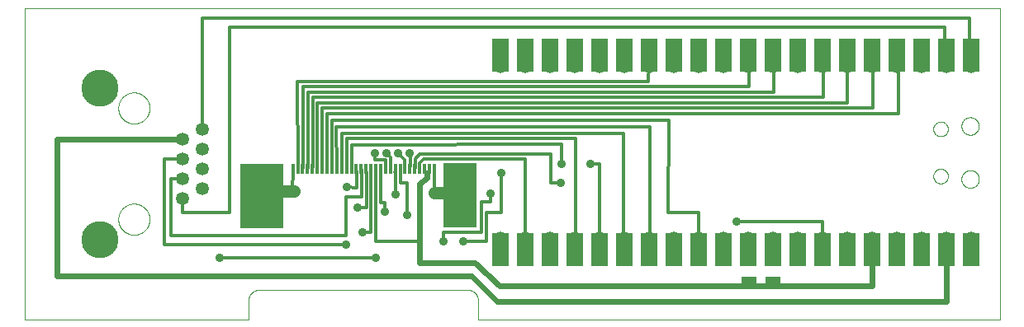
<source format=gtl>
G75*
%MOIN*%
%OFA0B0*%
%FSLAX25Y25*%
%IPPOS*%
%LPD*%
%AMOC8*
5,1,8,0,0,1.08239X$1,22.5*
%
%ADD10C,0.00000*%
%ADD11R,0.01181X0.03937*%
%ADD12R,0.17224X0.26083*%
%ADD13R,0.06299X0.05118*%
%ADD14R,0.13386X0.26181*%
%ADD15C,0.05937*%
%ADD16R,0.06693X0.13780*%
%ADD17R,0.03962X0.03962*%
%ADD18C,0.01200*%
%ADD19C,0.05315*%
%ADD20C,0.15000*%
%ADD21C,0.03569*%
%ADD22C,0.05000*%
%ADD23C,0.02400*%
%ADD24C,0.01600*%
D10*
X0001000Y0002063D02*
X0001000Y0128047D01*
X0394701Y0128047D01*
X0394701Y0002063D01*
X0184071Y0002063D01*
X0184071Y0009937D01*
X0184069Y0010061D01*
X0184063Y0010184D01*
X0184054Y0010308D01*
X0184040Y0010430D01*
X0184023Y0010553D01*
X0184001Y0010675D01*
X0183976Y0010796D01*
X0183947Y0010916D01*
X0183915Y0011035D01*
X0183878Y0011154D01*
X0183838Y0011271D01*
X0183795Y0011386D01*
X0183747Y0011501D01*
X0183696Y0011613D01*
X0183642Y0011724D01*
X0183584Y0011834D01*
X0183523Y0011941D01*
X0183458Y0012047D01*
X0183390Y0012150D01*
X0183319Y0012251D01*
X0183245Y0012350D01*
X0183168Y0012447D01*
X0183087Y0012541D01*
X0183004Y0012632D01*
X0182918Y0012721D01*
X0182829Y0012807D01*
X0182738Y0012890D01*
X0182644Y0012971D01*
X0182547Y0013048D01*
X0182448Y0013122D01*
X0182347Y0013193D01*
X0182244Y0013261D01*
X0182138Y0013326D01*
X0182031Y0013387D01*
X0181921Y0013445D01*
X0181810Y0013499D01*
X0181698Y0013550D01*
X0181583Y0013598D01*
X0181468Y0013641D01*
X0181351Y0013681D01*
X0181232Y0013718D01*
X0181113Y0013750D01*
X0180993Y0013779D01*
X0180872Y0013804D01*
X0180750Y0013826D01*
X0180627Y0013843D01*
X0180505Y0013857D01*
X0180381Y0013866D01*
X0180258Y0013872D01*
X0180134Y0013874D01*
X0095488Y0013874D01*
X0095364Y0013872D01*
X0095241Y0013866D01*
X0095117Y0013857D01*
X0094995Y0013843D01*
X0094872Y0013826D01*
X0094750Y0013804D01*
X0094629Y0013779D01*
X0094509Y0013750D01*
X0094390Y0013718D01*
X0094271Y0013681D01*
X0094154Y0013641D01*
X0094039Y0013598D01*
X0093924Y0013550D01*
X0093812Y0013499D01*
X0093701Y0013445D01*
X0093591Y0013387D01*
X0093484Y0013326D01*
X0093378Y0013261D01*
X0093275Y0013193D01*
X0093174Y0013122D01*
X0093075Y0013048D01*
X0092978Y0012971D01*
X0092884Y0012890D01*
X0092793Y0012807D01*
X0092704Y0012721D01*
X0092618Y0012632D01*
X0092535Y0012541D01*
X0092454Y0012447D01*
X0092377Y0012350D01*
X0092303Y0012251D01*
X0092232Y0012150D01*
X0092164Y0012047D01*
X0092099Y0011941D01*
X0092038Y0011834D01*
X0091980Y0011724D01*
X0091926Y0011613D01*
X0091875Y0011501D01*
X0091827Y0011386D01*
X0091784Y0011271D01*
X0091744Y0011154D01*
X0091707Y0011035D01*
X0091675Y0010916D01*
X0091646Y0010796D01*
X0091621Y0010675D01*
X0091599Y0010553D01*
X0091582Y0010430D01*
X0091568Y0010308D01*
X0091559Y0010184D01*
X0091553Y0010061D01*
X0091551Y0009937D01*
X0091551Y0002063D01*
X0001000Y0002063D01*
X0038934Y0042512D02*
X0038936Y0042670D01*
X0038942Y0042828D01*
X0038952Y0042986D01*
X0038966Y0043144D01*
X0038984Y0043301D01*
X0039005Y0043458D01*
X0039031Y0043614D01*
X0039061Y0043770D01*
X0039094Y0043925D01*
X0039132Y0044078D01*
X0039173Y0044231D01*
X0039218Y0044383D01*
X0039267Y0044534D01*
X0039320Y0044683D01*
X0039376Y0044831D01*
X0039436Y0044977D01*
X0039500Y0045122D01*
X0039568Y0045265D01*
X0039639Y0045407D01*
X0039713Y0045547D01*
X0039791Y0045684D01*
X0039873Y0045820D01*
X0039957Y0045954D01*
X0040046Y0046085D01*
X0040137Y0046214D01*
X0040232Y0046341D01*
X0040329Y0046466D01*
X0040430Y0046588D01*
X0040534Y0046707D01*
X0040641Y0046824D01*
X0040751Y0046938D01*
X0040864Y0047049D01*
X0040979Y0047158D01*
X0041097Y0047263D01*
X0041218Y0047365D01*
X0041341Y0047465D01*
X0041467Y0047561D01*
X0041595Y0047654D01*
X0041725Y0047744D01*
X0041858Y0047830D01*
X0041993Y0047914D01*
X0042129Y0047993D01*
X0042268Y0048070D01*
X0042409Y0048142D01*
X0042551Y0048212D01*
X0042695Y0048277D01*
X0042841Y0048339D01*
X0042988Y0048397D01*
X0043137Y0048452D01*
X0043287Y0048503D01*
X0043438Y0048550D01*
X0043590Y0048593D01*
X0043743Y0048632D01*
X0043898Y0048668D01*
X0044053Y0048699D01*
X0044209Y0048727D01*
X0044365Y0048751D01*
X0044522Y0048771D01*
X0044680Y0048787D01*
X0044837Y0048799D01*
X0044996Y0048807D01*
X0045154Y0048811D01*
X0045312Y0048811D01*
X0045470Y0048807D01*
X0045629Y0048799D01*
X0045786Y0048787D01*
X0045944Y0048771D01*
X0046101Y0048751D01*
X0046257Y0048727D01*
X0046413Y0048699D01*
X0046568Y0048668D01*
X0046723Y0048632D01*
X0046876Y0048593D01*
X0047028Y0048550D01*
X0047179Y0048503D01*
X0047329Y0048452D01*
X0047478Y0048397D01*
X0047625Y0048339D01*
X0047771Y0048277D01*
X0047915Y0048212D01*
X0048057Y0048142D01*
X0048198Y0048070D01*
X0048337Y0047993D01*
X0048473Y0047914D01*
X0048608Y0047830D01*
X0048741Y0047744D01*
X0048871Y0047654D01*
X0048999Y0047561D01*
X0049125Y0047465D01*
X0049248Y0047365D01*
X0049369Y0047263D01*
X0049487Y0047158D01*
X0049602Y0047049D01*
X0049715Y0046938D01*
X0049825Y0046824D01*
X0049932Y0046707D01*
X0050036Y0046588D01*
X0050137Y0046466D01*
X0050234Y0046341D01*
X0050329Y0046214D01*
X0050420Y0046085D01*
X0050509Y0045954D01*
X0050593Y0045820D01*
X0050675Y0045684D01*
X0050753Y0045547D01*
X0050827Y0045407D01*
X0050898Y0045265D01*
X0050966Y0045122D01*
X0051030Y0044977D01*
X0051090Y0044831D01*
X0051146Y0044683D01*
X0051199Y0044534D01*
X0051248Y0044383D01*
X0051293Y0044231D01*
X0051334Y0044078D01*
X0051372Y0043925D01*
X0051405Y0043770D01*
X0051435Y0043614D01*
X0051461Y0043458D01*
X0051482Y0043301D01*
X0051500Y0043144D01*
X0051514Y0042986D01*
X0051524Y0042828D01*
X0051530Y0042670D01*
X0051532Y0042512D01*
X0051530Y0042354D01*
X0051524Y0042196D01*
X0051514Y0042038D01*
X0051500Y0041880D01*
X0051482Y0041723D01*
X0051461Y0041566D01*
X0051435Y0041410D01*
X0051405Y0041254D01*
X0051372Y0041099D01*
X0051334Y0040946D01*
X0051293Y0040793D01*
X0051248Y0040641D01*
X0051199Y0040490D01*
X0051146Y0040341D01*
X0051090Y0040193D01*
X0051030Y0040047D01*
X0050966Y0039902D01*
X0050898Y0039759D01*
X0050827Y0039617D01*
X0050753Y0039477D01*
X0050675Y0039340D01*
X0050593Y0039204D01*
X0050509Y0039070D01*
X0050420Y0038939D01*
X0050329Y0038810D01*
X0050234Y0038683D01*
X0050137Y0038558D01*
X0050036Y0038436D01*
X0049932Y0038317D01*
X0049825Y0038200D01*
X0049715Y0038086D01*
X0049602Y0037975D01*
X0049487Y0037866D01*
X0049369Y0037761D01*
X0049248Y0037659D01*
X0049125Y0037559D01*
X0048999Y0037463D01*
X0048871Y0037370D01*
X0048741Y0037280D01*
X0048608Y0037194D01*
X0048473Y0037110D01*
X0048337Y0037031D01*
X0048198Y0036954D01*
X0048057Y0036882D01*
X0047915Y0036812D01*
X0047771Y0036747D01*
X0047625Y0036685D01*
X0047478Y0036627D01*
X0047329Y0036572D01*
X0047179Y0036521D01*
X0047028Y0036474D01*
X0046876Y0036431D01*
X0046723Y0036392D01*
X0046568Y0036356D01*
X0046413Y0036325D01*
X0046257Y0036297D01*
X0046101Y0036273D01*
X0045944Y0036253D01*
X0045786Y0036237D01*
X0045629Y0036225D01*
X0045470Y0036217D01*
X0045312Y0036213D01*
X0045154Y0036213D01*
X0044996Y0036217D01*
X0044837Y0036225D01*
X0044680Y0036237D01*
X0044522Y0036253D01*
X0044365Y0036273D01*
X0044209Y0036297D01*
X0044053Y0036325D01*
X0043898Y0036356D01*
X0043743Y0036392D01*
X0043590Y0036431D01*
X0043438Y0036474D01*
X0043287Y0036521D01*
X0043137Y0036572D01*
X0042988Y0036627D01*
X0042841Y0036685D01*
X0042695Y0036747D01*
X0042551Y0036812D01*
X0042409Y0036882D01*
X0042268Y0036954D01*
X0042129Y0037031D01*
X0041993Y0037110D01*
X0041858Y0037194D01*
X0041725Y0037280D01*
X0041595Y0037370D01*
X0041467Y0037463D01*
X0041341Y0037559D01*
X0041218Y0037659D01*
X0041097Y0037761D01*
X0040979Y0037866D01*
X0040864Y0037975D01*
X0040751Y0038086D01*
X0040641Y0038200D01*
X0040534Y0038317D01*
X0040430Y0038436D01*
X0040329Y0038558D01*
X0040232Y0038683D01*
X0040137Y0038810D01*
X0040046Y0038939D01*
X0039957Y0039070D01*
X0039873Y0039204D01*
X0039791Y0039340D01*
X0039713Y0039477D01*
X0039639Y0039617D01*
X0039568Y0039759D01*
X0039500Y0039902D01*
X0039436Y0040047D01*
X0039376Y0040193D01*
X0039320Y0040341D01*
X0039267Y0040490D01*
X0039218Y0040641D01*
X0039173Y0040793D01*
X0039132Y0040946D01*
X0039094Y0041099D01*
X0039061Y0041254D01*
X0039031Y0041410D01*
X0039005Y0041566D01*
X0038984Y0041723D01*
X0038966Y0041880D01*
X0038952Y0042038D01*
X0038942Y0042196D01*
X0038936Y0042354D01*
X0038934Y0042512D01*
X0038934Y0087512D02*
X0038936Y0087670D01*
X0038942Y0087828D01*
X0038952Y0087986D01*
X0038966Y0088144D01*
X0038984Y0088301D01*
X0039005Y0088458D01*
X0039031Y0088614D01*
X0039061Y0088770D01*
X0039094Y0088925D01*
X0039132Y0089078D01*
X0039173Y0089231D01*
X0039218Y0089383D01*
X0039267Y0089534D01*
X0039320Y0089683D01*
X0039376Y0089831D01*
X0039436Y0089977D01*
X0039500Y0090122D01*
X0039568Y0090265D01*
X0039639Y0090407D01*
X0039713Y0090547D01*
X0039791Y0090684D01*
X0039873Y0090820D01*
X0039957Y0090954D01*
X0040046Y0091085D01*
X0040137Y0091214D01*
X0040232Y0091341D01*
X0040329Y0091466D01*
X0040430Y0091588D01*
X0040534Y0091707D01*
X0040641Y0091824D01*
X0040751Y0091938D01*
X0040864Y0092049D01*
X0040979Y0092158D01*
X0041097Y0092263D01*
X0041218Y0092365D01*
X0041341Y0092465D01*
X0041467Y0092561D01*
X0041595Y0092654D01*
X0041725Y0092744D01*
X0041858Y0092830D01*
X0041993Y0092914D01*
X0042129Y0092993D01*
X0042268Y0093070D01*
X0042409Y0093142D01*
X0042551Y0093212D01*
X0042695Y0093277D01*
X0042841Y0093339D01*
X0042988Y0093397D01*
X0043137Y0093452D01*
X0043287Y0093503D01*
X0043438Y0093550D01*
X0043590Y0093593D01*
X0043743Y0093632D01*
X0043898Y0093668D01*
X0044053Y0093699D01*
X0044209Y0093727D01*
X0044365Y0093751D01*
X0044522Y0093771D01*
X0044680Y0093787D01*
X0044837Y0093799D01*
X0044996Y0093807D01*
X0045154Y0093811D01*
X0045312Y0093811D01*
X0045470Y0093807D01*
X0045629Y0093799D01*
X0045786Y0093787D01*
X0045944Y0093771D01*
X0046101Y0093751D01*
X0046257Y0093727D01*
X0046413Y0093699D01*
X0046568Y0093668D01*
X0046723Y0093632D01*
X0046876Y0093593D01*
X0047028Y0093550D01*
X0047179Y0093503D01*
X0047329Y0093452D01*
X0047478Y0093397D01*
X0047625Y0093339D01*
X0047771Y0093277D01*
X0047915Y0093212D01*
X0048057Y0093142D01*
X0048198Y0093070D01*
X0048337Y0092993D01*
X0048473Y0092914D01*
X0048608Y0092830D01*
X0048741Y0092744D01*
X0048871Y0092654D01*
X0048999Y0092561D01*
X0049125Y0092465D01*
X0049248Y0092365D01*
X0049369Y0092263D01*
X0049487Y0092158D01*
X0049602Y0092049D01*
X0049715Y0091938D01*
X0049825Y0091824D01*
X0049932Y0091707D01*
X0050036Y0091588D01*
X0050137Y0091466D01*
X0050234Y0091341D01*
X0050329Y0091214D01*
X0050420Y0091085D01*
X0050509Y0090954D01*
X0050593Y0090820D01*
X0050675Y0090684D01*
X0050753Y0090547D01*
X0050827Y0090407D01*
X0050898Y0090265D01*
X0050966Y0090122D01*
X0051030Y0089977D01*
X0051090Y0089831D01*
X0051146Y0089683D01*
X0051199Y0089534D01*
X0051248Y0089383D01*
X0051293Y0089231D01*
X0051334Y0089078D01*
X0051372Y0088925D01*
X0051405Y0088770D01*
X0051435Y0088614D01*
X0051461Y0088458D01*
X0051482Y0088301D01*
X0051500Y0088144D01*
X0051514Y0087986D01*
X0051524Y0087828D01*
X0051530Y0087670D01*
X0051532Y0087512D01*
X0051530Y0087354D01*
X0051524Y0087196D01*
X0051514Y0087038D01*
X0051500Y0086880D01*
X0051482Y0086723D01*
X0051461Y0086566D01*
X0051435Y0086410D01*
X0051405Y0086254D01*
X0051372Y0086099D01*
X0051334Y0085946D01*
X0051293Y0085793D01*
X0051248Y0085641D01*
X0051199Y0085490D01*
X0051146Y0085341D01*
X0051090Y0085193D01*
X0051030Y0085047D01*
X0050966Y0084902D01*
X0050898Y0084759D01*
X0050827Y0084617D01*
X0050753Y0084477D01*
X0050675Y0084340D01*
X0050593Y0084204D01*
X0050509Y0084070D01*
X0050420Y0083939D01*
X0050329Y0083810D01*
X0050234Y0083683D01*
X0050137Y0083558D01*
X0050036Y0083436D01*
X0049932Y0083317D01*
X0049825Y0083200D01*
X0049715Y0083086D01*
X0049602Y0082975D01*
X0049487Y0082866D01*
X0049369Y0082761D01*
X0049248Y0082659D01*
X0049125Y0082559D01*
X0048999Y0082463D01*
X0048871Y0082370D01*
X0048741Y0082280D01*
X0048608Y0082194D01*
X0048473Y0082110D01*
X0048337Y0082031D01*
X0048198Y0081954D01*
X0048057Y0081882D01*
X0047915Y0081812D01*
X0047771Y0081747D01*
X0047625Y0081685D01*
X0047478Y0081627D01*
X0047329Y0081572D01*
X0047179Y0081521D01*
X0047028Y0081474D01*
X0046876Y0081431D01*
X0046723Y0081392D01*
X0046568Y0081356D01*
X0046413Y0081325D01*
X0046257Y0081297D01*
X0046101Y0081273D01*
X0045944Y0081253D01*
X0045786Y0081237D01*
X0045629Y0081225D01*
X0045470Y0081217D01*
X0045312Y0081213D01*
X0045154Y0081213D01*
X0044996Y0081217D01*
X0044837Y0081225D01*
X0044680Y0081237D01*
X0044522Y0081253D01*
X0044365Y0081273D01*
X0044209Y0081297D01*
X0044053Y0081325D01*
X0043898Y0081356D01*
X0043743Y0081392D01*
X0043590Y0081431D01*
X0043438Y0081474D01*
X0043287Y0081521D01*
X0043137Y0081572D01*
X0042988Y0081627D01*
X0042841Y0081685D01*
X0042695Y0081747D01*
X0042551Y0081812D01*
X0042409Y0081882D01*
X0042268Y0081954D01*
X0042129Y0082031D01*
X0041993Y0082110D01*
X0041858Y0082194D01*
X0041725Y0082280D01*
X0041595Y0082370D01*
X0041467Y0082463D01*
X0041341Y0082559D01*
X0041218Y0082659D01*
X0041097Y0082761D01*
X0040979Y0082866D01*
X0040864Y0082975D01*
X0040751Y0083086D01*
X0040641Y0083200D01*
X0040534Y0083317D01*
X0040430Y0083436D01*
X0040329Y0083558D01*
X0040232Y0083683D01*
X0040137Y0083810D01*
X0040046Y0083939D01*
X0039957Y0084070D01*
X0039873Y0084204D01*
X0039791Y0084340D01*
X0039713Y0084477D01*
X0039639Y0084617D01*
X0039568Y0084759D01*
X0039500Y0084902D01*
X0039436Y0085047D01*
X0039376Y0085193D01*
X0039320Y0085341D01*
X0039267Y0085490D01*
X0039218Y0085641D01*
X0039173Y0085793D01*
X0039132Y0085946D01*
X0039094Y0086099D01*
X0039061Y0086254D01*
X0039031Y0086410D01*
X0039005Y0086566D01*
X0038984Y0086723D01*
X0038966Y0086880D01*
X0038952Y0087038D01*
X0038942Y0087196D01*
X0038936Y0087354D01*
X0038934Y0087512D01*
X0367890Y0079051D02*
X0367892Y0079159D01*
X0367898Y0079268D01*
X0367908Y0079376D01*
X0367922Y0079483D01*
X0367940Y0079590D01*
X0367961Y0079697D01*
X0367987Y0079802D01*
X0368017Y0079907D01*
X0368050Y0080010D01*
X0368087Y0080112D01*
X0368128Y0080212D01*
X0368172Y0080311D01*
X0368221Y0080409D01*
X0368272Y0080504D01*
X0368327Y0080597D01*
X0368386Y0080689D01*
X0368448Y0080778D01*
X0368513Y0080865D01*
X0368581Y0080949D01*
X0368652Y0081031D01*
X0368726Y0081110D01*
X0368803Y0081186D01*
X0368883Y0081260D01*
X0368966Y0081330D01*
X0369051Y0081398D01*
X0369138Y0081462D01*
X0369228Y0081523D01*
X0369320Y0081581D01*
X0369414Y0081635D01*
X0369510Y0081686D01*
X0369607Y0081733D01*
X0369707Y0081777D01*
X0369808Y0081817D01*
X0369910Y0081853D01*
X0370013Y0081885D01*
X0370118Y0081914D01*
X0370224Y0081938D01*
X0370330Y0081959D01*
X0370437Y0081976D01*
X0370545Y0081989D01*
X0370653Y0081998D01*
X0370762Y0082003D01*
X0370870Y0082004D01*
X0370979Y0082001D01*
X0371087Y0081994D01*
X0371195Y0081983D01*
X0371302Y0081968D01*
X0371409Y0081949D01*
X0371515Y0081926D01*
X0371620Y0081900D01*
X0371725Y0081869D01*
X0371827Y0081835D01*
X0371929Y0081797D01*
X0372029Y0081755D01*
X0372128Y0081710D01*
X0372225Y0081661D01*
X0372319Y0081608D01*
X0372412Y0081552D01*
X0372503Y0081493D01*
X0372592Y0081430D01*
X0372678Y0081365D01*
X0372762Y0081296D01*
X0372843Y0081224D01*
X0372921Y0081149D01*
X0372997Y0081071D01*
X0373070Y0080990D01*
X0373140Y0080907D01*
X0373206Y0080822D01*
X0373270Y0080734D01*
X0373330Y0080643D01*
X0373387Y0080551D01*
X0373440Y0080456D01*
X0373490Y0080360D01*
X0373536Y0080262D01*
X0373579Y0080162D01*
X0373618Y0080061D01*
X0373653Y0079958D01*
X0373685Y0079855D01*
X0373712Y0079750D01*
X0373736Y0079644D01*
X0373756Y0079537D01*
X0373772Y0079430D01*
X0373784Y0079322D01*
X0373792Y0079214D01*
X0373796Y0079105D01*
X0373796Y0078997D01*
X0373792Y0078888D01*
X0373784Y0078780D01*
X0373772Y0078672D01*
X0373756Y0078565D01*
X0373736Y0078458D01*
X0373712Y0078352D01*
X0373685Y0078247D01*
X0373653Y0078144D01*
X0373618Y0078041D01*
X0373579Y0077940D01*
X0373536Y0077840D01*
X0373490Y0077742D01*
X0373440Y0077646D01*
X0373387Y0077551D01*
X0373330Y0077459D01*
X0373270Y0077368D01*
X0373206Y0077280D01*
X0373140Y0077195D01*
X0373070Y0077112D01*
X0372997Y0077031D01*
X0372921Y0076953D01*
X0372843Y0076878D01*
X0372762Y0076806D01*
X0372678Y0076737D01*
X0372592Y0076672D01*
X0372503Y0076609D01*
X0372412Y0076550D01*
X0372320Y0076494D01*
X0372225Y0076441D01*
X0372128Y0076392D01*
X0372029Y0076347D01*
X0371929Y0076305D01*
X0371827Y0076267D01*
X0371725Y0076233D01*
X0371620Y0076202D01*
X0371515Y0076176D01*
X0371409Y0076153D01*
X0371302Y0076134D01*
X0371195Y0076119D01*
X0371087Y0076108D01*
X0370979Y0076101D01*
X0370870Y0076098D01*
X0370762Y0076099D01*
X0370653Y0076104D01*
X0370545Y0076113D01*
X0370437Y0076126D01*
X0370330Y0076143D01*
X0370224Y0076164D01*
X0370118Y0076188D01*
X0370013Y0076217D01*
X0369910Y0076249D01*
X0369808Y0076285D01*
X0369707Y0076325D01*
X0369607Y0076369D01*
X0369510Y0076416D01*
X0369414Y0076467D01*
X0369320Y0076521D01*
X0369228Y0076579D01*
X0369138Y0076640D01*
X0369051Y0076704D01*
X0368966Y0076772D01*
X0368883Y0076842D01*
X0368803Y0076916D01*
X0368726Y0076992D01*
X0368652Y0077071D01*
X0368581Y0077153D01*
X0368513Y0077237D01*
X0368448Y0077324D01*
X0368386Y0077413D01*
X0368327Y0077505D01*
X0368272Y0077598D01*
X0368221Y0077693D01*
X0368172Y0077791D01*
X0368128Y0077890D01*
X0368087Y0077990D01*
X0368050Y0078092D01*
X0368017Y0078195D01*
X0367987Y0078300D01*
X0367961Y0078405D01*
X0367940Y0078512D01*
X0367922Y0078619D01*
X0367908Y0078726D01*
X0367898Y0078834D01*
X0367892Y0078943D01*
X0367890Y0079051D01*
X0379229Y0080232D02*
X0379231Y0080350D01*
X0379237Y0080469D01*
X0379247Y0080587D01*
X0379261Y0080704D01*
X0379278Y0080821D01*
X0379300Y0080938D01*
X0379326Y0081053D01*
X0379355Y0081168D01*
X0379388Y0081282D01*
X0379425Y0081394D01*
X0379466Y0081505D01*
X0379510Y0081615D01*
X0379558Y0081723D01*
X0379610Y0081830D01*
X0379665Y0081935D01*
X0379724Y0082038D01*
X0379786Y0082138D01*
X0379851Y0082237D01*
X0379920Y0082334D01*
X0379991Y0082428D01*
X0380066Y0082519D01*
X0380144Y0082609D01*
X0380225Y0082695D01*
X0380309Y0082779D01*
X0380395Y0082860D01*
X0380485Y0082938D01*
X0380576Y0083013D01*
X0380670Y0083084D01*
X0380767Y0083153D01*
X0380866Y0083218D01*
X0380966Y0083280D01*
X0381069Y0083339D01*
X0381174Y0083394D01*
X0381281Y0083446D01*
X0381389Y0083494D01*
X0381499Y0083538D01*
X0381610Y0083579D01*
X0381722Y0083616D01*
X0381836Y0083649D01*
X0381951Y0083678D01*
X0382066Y0083704D01*
X0382183Y0083726D01*
X0382300Y0083743D01*
X0382417Y0083757D01*
X0382535Y0083767D01*
X0382654Y0083773D01*
X0382772Y0083775D01*
X0382890Y0083773D01*
X0383009Y0083767D01*
X0383127Y0083757D01*
X0383244Y0083743D01*
X0383361Y0083726D01*
X0383478Y0083704D01*
X0383593Y0083678D01*
X0383708Y0083649D01*
X0383822Y0083616D01*
X0383934Y0083579D01*
X0384045Y0083538D01*
X0384155Y0083494D01*
X0384263Y0083446D01*
X0384370Y0083394D01*
X0384475Y0083339D01*
X0384578Y0083280D01*
X0384678Y0083218D01*
X0384777Y0083153D01*
X0384874Y0083084D01*
X0384968Y0083013D01*
X0385059Y0082938D01*
X0385149Y0082860D01*
X0385235Y0082779D01*
X0385319Y0082695D01*
X0385400Y0082609D01*
X0385478Y0082519D01*
X0385553Y0082428D01*
X0385624Y0082334D01*
X0385693Y0082237D01*
X0385758Y0082138D01*
X0385820Y0082038D01*
X0385879Y0081935D01*
X0385934Y0081830D01*
X0385986Y0081723D01*
X0386034Y0081615D01*
X0386078Y0081505D01*
X0386119Y0081394D01*
X0386156Y0081282D01*
X0386189Y0081168D01*
X0386218Y0081053D01*
X0386244Y0080938D01*
X0386266Y0080821D01*
X0386283Y0080704D01*
X0386297Y0080587D01*
X0386307Y0080469D01*
X0386313Y0080350D01*
X0386315Y0080232D01*
X0386313Y0080114D01*
X0386307Y0079995D01*
X0386297Y0079877D01*
X0386283Y0079760D01*
X0386266Y0079643D01*
X0386244Y0079526D01*
X0386218Y0079411D01*
X0386189Y0079296D01*
X0386156Y0079182D01*
X0386119Y0079070D01*
X0386078Y0078959D01*
X0386034Y0078849D01*
X0385986Y0078741D01*
X0385934Y0078634D01*
X0385879Y0078529D01*
X0385820Y0078426D01*
X0385758Y0078326D01*
X0385693Y0078227D01*
X0385624Y0078130D01*
X0385553Y0078036D01*
X0385478Y0077945D01*
X0385400Y0077855D01*
X0385319Y0077769D01*
X0385235Y0077685D01*
X0385149Y0077604D01*
X0385059Y0077526D01*
X0384968Y0077451D01*
X0384874Y0077380D01*
X0384777Y0077311D01*
X0384678Y0077246D01*
X0384578Y0077184D01*
X0384475Y0077125D01*
X0384370Y0077070D01*
X0384263Y0077018D01*
X0384155Y0076970D01*
X0384045Y0076926D01*
X0383934Y0076885D01*
X0383822Y0076848D01*
X0383708Y0076815D01*
X0383593Y0076786D01*
X0383478Y0076760D01*
X0383361Y0076738D01*
X0383244Y0076721D01*
X0383127Y0076707D01*
X0383009Y0076697D01*
X0382890Y0076691D01*
X0382772Y0076689D01*
X0382654Y0076691D01*
X0382535Y0076697D01*
X0382417Y0076707D01*
X0382300Y0076721D01*
X0382183Y0076738D01*
X0382066Y0076760D01*
X0381951Y0076786D01*
X0381836Y0076815D01*
X0381722Y0076848D01*
X0381610Y0076885D01*
X0381499Y0076926D01*
X0381389Y0076970D01*
X0381281Y0077018D01*
X0381174Y0077070D01*
X0381069Y0077125D01*
X0380966Y0077184D01*
X0380866Y0077246D01*
X0380767Y0077311D01*
X0380670Y0077380D01*
X0380576Y0077451D01*
X0380485Y0077526D01*
X0380395Y0077604D01*
X0380309Y0077685D01*
X0380225Y0077769D01*
X0380144Y0077855D01*
X0380066Y0077945D01*
X0379991Y0078036D01*
X0379920Y0078130D01*
X0379851Y0078227D01*
X0379786Y0078326D01*
X0379724Y0078426D01*
X0379665Y0078529D01*
X0379610Y0078634D01*
X0379558Y0078741D01*
X0379510Y0078849D01*
X0379466Y0078959D01*
X0379425Y0079070D01*
X0379388Y0079182D01*
X0379355Y0079296D01*
X0379326Y0079411D01*
X0379300Y0079526D01*
X0379278Y0079643D01*
X0379261Y0079760D01*
X0379247Y0079877D01*
X0379237Y0079995D01*
X0379231Y0080114D01*
X0379229Y0080232D01*
X0367890Y0059957D02*
X0367892Y0060065D01*
X0367898Y0060174D01*
X0367908Y0060282D01*
X0367922Y0060389D01*
X0367940Y0060496D01*
X0367961Y0060603D01*
X0367987Y0060708D01*
X0368017Y0060813D01*
X0368050Y0060916D01*
X0368087Y0061018D01*
X0368128Y0061118D01*
X0368172Y0061217D01*
X0368221Y0061315D01*
X0368272Y0061410D01*
X0368327Y0061503D01*
X0368386Y0061595D01*
X0368448Y0061684D01*
X0368513Y0061771D01*
X0368581Y0061855D01*
X0368652Y0061937D01*
X0368726Y0062016D01*
X0368803Y0062092D01*
X0368883Y0062166D01*
X0368966Y0062236D01*
X0369051Y0062304D01*
X0369138Y0062368D01*
X0369228Y0062429D01*
X0369320Y0062487D01*
X0369414Y0062541D01*
X0369510Y0062592D01*
X0369607Y0062639D01*
X0369707Y0062683D01*
X0369808Y0062723D01*
X0369910Y0062759D01*
X0370013Y0062791D01*
X0370118Y0062820D01*
X0370224Y0062844D01*
X0370330Y0062865D01*
X0370437Y0062882D01*
X0370545Y0062895D01*
X0370653Y0062904D01*
X0370762Y0062909D01*
X0370870Y0062910D01*
X0370979Y0062907D01*
X0371087Y0062900D01*
X0371195Y0062889D01*
X0371302Y0062874D01*
X0371409Y0062855D01*
X0371515Y0062832D01*
X0371620Y0062806D01*
X0371725Y0062775D01*
X0371827Y0062741D01*
X0371929Y0062703D01*
X0372029Y0062661D01*
X0372128Y0062616D01*
X0372225Y0062567D01*
X0372319Y0062514D01*
X0372412Y0062458D01*
X0372503Y0062399D01*
X0372592Y0062336D01*
X0372678Y0062271D01*
X0372762Y0062202D01*
X0372843Y0062130D01*
X0372921Y0062055D01*
X0372997Y0061977D01*
X0373070Y0061896D01*
X0373140Y0061813D01*
X0373206Y0061728D01*
X0373270Y0061640D01*
X0373330Y0061549D01*
X0373387Y0061457D01*
X0373440Y0061362D01*
X0373490Y0061266D01*
X0373536Y0061168D01*
X0373579Y0061068D01*
X0373618Y0060967D01*
X0373653Y0060864D01*
X0373685Y0060761D01*
X0373712Y0060656D01*
X0373736Y0060550D01*
X0373756Y0060443D01*
X0373772Y0060336D01*
X0373784Y0060228D01*
X0373792Y0060120D01*
X0373796Y0060011D01*
X0373796Y0059903D01*
X0373792Y0059794D01*
X0373784Y0059686D01*
X0373772Y0059578D01*
X0373756Y0059471D01*
X0373736Y0059364D01*
X0373712Y0059258D01*
X0373685Y0059153D01*
X0373653Y0059050D01*
X0373618Y0058947D01*
X0373579Y0058846D01*
X0373536Y0058746D01*
X0373490Y0058648D01*
X0373440Y0058552D01*
X0373387Y0058457D01*
X0373330Y0058365D01*
X0373270Y0058274D01*
X0373206Y0058186D01*
X0373140Y0058101D01*
X0373070Y0058018D01*
X0372997Y0057937D01*
X0372921Y0057859D01*
X0372843Y0057784D01*
X0372762Y0057712D01*
X0372678Y0057643D01*
X0372592Y0057578D01*
X0372503Y0057515D01*
X0372412Y0057456D01*
X0372320Y0057400D01*
X0372225Y0057347D01*
X0372128Y0057298D01*
X0372029Y0057253D01*
X0371929Y0057211D01*
X0371827Y0057173D01*
X0371725Y0057139D01*
X0371620Y0057108D01*
X0371515Y0057082D01*
X0371409Y0057059D01*
X0371302Y0057040D01*
X0371195Y0057025D01*
X0371087Y0057014D01*
X0370979Y0057007D01*
X0370870Y0057004D01*
X0370762Y0057005D01*
X0370653Y0057010D01*
X0370545Y0057019D01*
X0370437Y0057032D01*
X0370330Y0057049D01*
X0370224Y0057070D01*
X0370118Y0057094D01*
X0370013Y0057123D01*
X0369910Y0057155D01*
X0369808Y0057191D01*
X0369707Y0057231D01*
X0369607Y0057275D01*
X0369510Y0057322D01*
X0369414Y0057373D01*
X0369320Y0057427D01*
X0369228Y0057485D01*
X0369138Y0057546D01*
X0369051Y0057610D01*
X0368966Y0057678D01*
X0368883Y0057748D01*
X0368803Y0057822D01*
X0368726Y0057898D01*
X0368652Y0057977D01*
X0368581Y0058059D01*
X0368513Y0058143D01*
X0368448Y0058230D01*
X0368386Y0058319D01*
X0368327Y0058411D01*
X0368272Y0058504D01*
X0368221Y0058599D01*
X0368172Y0058697D01*
X0368128Y0058796D01*
X0368087Y0058896D01*
X0368050Y0058998D01*
X0368017Y0059101D01*
X0367987Y0059206D01*
X0367961Y0059311D01*
X0367940Y0059418D01*
X0367922Y0059525D01*
X0367908Y0059632D01*
X0367898Y0059740D01*
X0367892Y0059849D01*
X0367890Y0059957D01*
X0379229Y0058776D02*
X0379231Y0058894D01*
X0379237Y0059013D01*
X0379247Y0059131D01*
X0379261Y0059248D01*
X0379278Y0059365D01*
X0379300Y0059482D01*
X0379326Y0059597D01*
X0379355Y0059712D01*
X0379388Y0059826D01*
X0379425Y0059938D01*
X0379466Y0060049D01*
X0379510Y0060159D01*
X0379558Y0060267D01*
X0379610Y0060374D01*
X0379665Y0060479D01*
X0379724Y0060582D01*
X0379786Y0060682D01*
X0379851Y0060781D01*
X0379920Y0060878D01*
X0379991Y0060972D01*
X0380066Y0061063D01*
X0380144Y0061153D01*
X0380225Y0061239D01*
X0380309Y0061323D01*
X0380395Y0061404D01*
X0380485Y0061482D01*
X0380576Y0061557D01*
X0380670Y0061628D01*
X0380767Y0061697D01*
X0380866Y0061762D01*
X0380966Y0061824D01*
X0381069Y0061883D01*
X0381174Y0061938D01*
X0381281Y0061990D01*
X0381389Y0062038D01*
X0381499Y0062082D01*
X0381610Y0062123D01*
X0381722Y0062160D01*
X0381836Y0062193D01*
X0381951Y0062222D01*
X0382066Y0062248D01*
X0382183Y0062270D01*
X0382300Y0062287D01*
X0382417Y0062301D01*
X0382535Y0062311D01*
X0382654Y0062317D01*
X0382772Y0062319D01*
X0382890Y0062317D01*
X0383009Y0062311D01*
X0383127Y0062301D01*
X0383244Y0062287D01*
X0383361Y0062270D01*
X0383478Y0062248D01*
X0383593Y0062222D01*
X0383708Y0062193D01*
X0383822Y0062160D01*
X0383934Y0062123D01*
X0384045Y0062082D01*
X0384155Y0062038D01*
X0384263Y0061990D01*
X0384370Y0061938D01*
X0384475Y0061883D01*
X0384578Y0061824D01*
X0384678Y0061762D01*
X0384777Y0061697D01*
X0384874Y0061628D01*
X0384968Y0061557D01*
X0385059Y0061482D01*
X0385149Y0061404D01*
X0385235Y0061323D01*
X0385319Y0061239D01*
X0385400Y0061153D01*
X0385478Y0061063D01*
X0385553Y0060972D01*
X0385624Y0060878D01*
X0385693Y0060781D01*
X0385758Y0060682D01*
X0385820Y0060582D01*
X0385879Y0060479D01*
X0385934Y0060374D01*
X0385986Y0060267D01*
X0386034Y0060159D01*
X0386078Y0060049D01*
X0386119Y0059938D01*
X0386156Y0059826D01*
X0386189Y0059712D01*
X0386218Y0059597D01*
X0386244Y0059482D01*
X0386266Y0059365D01*
X0386283Y0059248D01*
X0386297Y0059131D01*
X0386307Y0059013D01*
X0386313Y0058894D01*
X0386315Y0058776D01*
X0386313Y0058658D01*
X0386307Y0058539D01*
X0386297Y0058421D01*
X0386283Y0058304D01*
X0386266Y0058187D01*
X0386244Y0058070D01*
X0386218Y0057955D01*
X0386189Y0057840D01*
X0386156Y0057726D01*
X0386119Y0057614D01*
X0386078Y0057503D01*
X0386034Y0057393D01*
X0385986Y0057285D01*
X0385934Y0057178D01*
X0385879Y0057073D01*
X0385820Y0056970D01*
X0385758Y0056870D01*
X0385693Y0056771D01*
X0385624Y0056674D01*
X0385553Y0056580D01*
X0385478Y0056489D01*
X0385400Y0056399D01*
X0385319Y0056313D01*
X0385235Y0056229D01*
X0385149Y0056148D01*
X0385059Y0056070D01*
X0384968Y0055995D01*
X0384874Y0055924D01*
X0384777Y0055855D01*
X0384678Y0055790D01*
X0384578Y0055728D01*
X0384475Y0055669D01*
X0384370Y0055614D01*
X0384263Y0055562D01*
X0384155Y0055514D01*
X0384045Y0055470D01*
X0383934Y0055429D01*
X0383822Y0055392D01*
X0383708Y0055359D01*
X0383593Y0055330D01*
X0383478Y0055304D01*
X0383361Y0055282D01*
X0383244Y0055265D01*
X0383127Y0055251D01*
X0383009Y0055241D01*
X0382890Y0055235D01*
X0382772Y0055233D01*
X0382654Y0055235D01*
X0382535Y0055241D01*
X0382417Y0055251D01*
X0382300Y0055265D01*
X0382183Y0055282D01*
X0382066Y0055304D01*
X0381951Y0055330D01*
X0381836Y0055359D01*
X0381722Y0055392D01*
X0381610Y0055429D01*
X0381499Y0055470D01*
X0381389Y0055514D01*
X0381281Y0055562D01*
X0381174Y0055614D01*
X0381069Y0055669D01*
X0380966Y0055728D01*
X0380866Y0055790D01*
X0380767Y0055855D01*
X0380670Y0055924D01*
X0380576Y0055995D01*
X0380485Y0056070D01*
X0380395Y0056148D01*
X0380309Y0056229D01*
X0380225Y0056313D01*
X0380144Y0056399D01*
X0380066Y0056489D01*
X0379991Y0056580D01*
X0379920Y0056674D01*
X0379851Y0056771D01*
X0379786Y0056870D01*
X0379724Y0056970D01*
X0379665Y0057073D01*
X0379610Y0057178D01*
X0379558Y0057285D01*
X0379510Y0057393D01*
X0379466Y0057503D01*
X0379425Y0057614D01*
X0379388Y0057726D01*
X0379355Y0057840D01*
X0379326Y0057955D01*
X0379300Y0058070D01*
X0379278Y0058187D01*
X0379261Y0058304D01*
X0379247Y0058421D01*
X0379237Y0058539D01*
X0379231Y0058658D01*
X0379229Y0058776D01*
D11*
X0166461Y0062851D03*
X0164493Y0062851D03*
X0162524Y0062851D03*
X0160556Y0062851D03*
X0158587Y0062851D03*
X0156619Y0062851D03*
X0154650Y0062851D03*
X0152682Y0062851D03*
X0150713Y0062851D03*
X0148745Y0062851D03*
X0146776Y0062851D03*
X0144808Y0062851D03*
X0142839Y0062851D03*
X0140871Y0062851D03*
X0138902Y0062851D03*
X0136934Y0062851D03*
X0134965Y0062851D03*
X0132997Y0062851D03*
X0131028Y0062851D03*
X0129060Y0062851D03*
X0127091Y0062851D03*
X0125123Y0062851D03*
X0123154Y0062851D03*
X0121186Y0062851D03*
X0119217Y0062851D03*
X0117249Y0062851D03*
X0115280Y0062851D03*
X0113312Y0062851D03*
X0111343Y0062851D03*
X0109375Y0062851D03*
D12*
X0096719Y0052014D03*
D13*
X0293323Y0017024D03*
X0303165Y0016827D03*
D14*
X0176984Y0052161D03*
D15*
X0193283Y0034504D03*
X0203283Y0034504D03*
X0213283Y0034504D03*
X0223283Y0034504D03*
X0233283Y0034504D03*
X0243283Y0034504D03*
X0253283Y0034504D03*
X0263283Y0034504D03*
X0273283Y0034504D03*
X0283283Y0034504D03*
X0293283Y0034504D03*
X0303283Y0034504D03*
X0313283Y0034504D03*
X0323283Y0034504D03*
X0333283Y0034504D03*
X0343283Y0034504D03*
X0353283Y0034504D03*
X0363283Y0034504D03*
X0373283Y0034504D03*
X0383283Y0034504D03*
X0383283Y0104504D03*
X0373283Y0104504D03*
X0363283Y0104504D03*
X0353283Y0104504D03*
X0343283Y0104504D03*
X0333283Y0104504D03*
X0323283Y0104504D03*
X0313283Y0104504D03*
X0303283Y0104504D03*
X0293283Y0104504D03*
X0283283Y0104504D03*
X0273283Y0104504D03*
X0263283Y0104504D03*
X0253283Y0104504D03*
X0243283Y0104504D03*
X0233283Y0104504D03*
X0223283Y0104504D03*
X0213283Y0104504D03*
X0203283Y0104504D03*
X0193283Y0104504D03*
D16*
X0193283Y0108874D03*
X0203283Y0108874D03*
X0213283Y0108874D03*
X0223283Y0108874D03*
X0233283Y0108874D03*
X0243283Y0108874D03*
X0253283Y0108874D03*
X0263283Y0108874D03*
X0273283Y0108874D03*
X0283283Y0108874D03*
X0293283Y0108874D03*
X0303283Y0108874D03*
X0313283Y0108874D03*
X0323283Y0108874D03*
X0333283Y0108874D03*
X0343283Y0108874D03*
X0353283Y0108874D03*
X0363283Y0108874D03*
X0373283Y0108874D03*
X0383283Y0108874D03*
X0383283Y0030134D03*
X0373283Y0030134D03*
X0363283Y0030134D03*
X0353283Y0030134D03*
X0343283Y0030134D03*
X0333283Y0030134D03*
X0323283Y0030134D03*
X0313283Y0030134D03*
X0303283Y0030134D03*
X0293283Y0030134D03*
X0283283Y0030134D03*
X0273283Y0030134D03*
X0263283Y0030134D03*
X0253283Y0030134D03*
X0243283Y0030134D03*
X0233283Y0030134D03*
X0223283Y0030134D03*
X0213283Y0030134D03*
X0203283Y0030134D03*
X0193283Y0030134D03*
D17*
X0072850Y0079031D03*
D18*
X0072850Y0123913D01*
X0382496Y0123913D01*
X0382496Y0111315D01*
X0382890Y0111315D01*
X0373441Y0112299D02*
X0372457Y0112299D01*
X0372457Y0120370D01*
X0083677Y0120370D01*
X0083677Y0045370D01*
X0064976Y0045370D01*
X0064976Y0050882D01*
X0064976Y0058953D02*
X0060252Y0058953D01*
X0060055Y0035921D01*
X0130921Y0035921D01*
X0130921Y0051472D01*
X0137024Y0051472D01*
X0137024Y0062693D01*
X0135055Y0061906D02*
X0135055Y0055409D01*
X0131118Y0055606D01*
X0131118Y0061512D02*
X0131118Y0075094D01*
X0223441Y0075094D01*
X0223441Y0031591D01*
X0233087Y0034150D02*
X0233087Y0065055D01*
X0229543Y0065055D01*
X0217929Y0064858D02*
X0217929Y0072929D01*
X0217535Y0072929D01*
X0133087Y0072732D01*
X0133087Y0062496D01*
X0129150Y0063283D02*
X0129150Y0077260D01*
X0242929Y0077260D01*
X0242929Y0034150D01*
X0243126Y0034150D01*
X0253559Y0034346D02*
X0253362Y0080016D01*
X0126984Y0080016D01*
X0127181Y0063480D01*
X0125213Y0063283D02*
X0125213Y0082575D01*
X0261236Y0082575D01*
X0260843Y0045370D01*
X0273244Y0045370D01*
X0273244Y0034150D01*
X0273638Y0034346D01*
X0288402Y0041630D02*
X0323244Y0041630D01*
X0323244Y0034150D01*
X0217535Y0057181D02*
X0213598Y0057181D01*
X0213598Y0068992D01*
X0160449Y0068992D01*
X0158677Y0066827D01*
X0158677Y0063087D01*
X0160646Y0062693D02*
X0160646Y0065252D01*
X0162024Y0067024D01*
X0203165Y0066827D01*
X0203165Y0034543D01*
X0202969Y0034543D01*
X0187614Y0033559D02*
X0178165Y0033559D01*
X0170291Y0033559D02*
X0170291Y0037299D01*
X0185449Y0037299D01*
X0185449Y0049504D01*
X0189189Y0049504D01*
X0189189Y0053047D01*
X0166354Y0053244D02*
X0166354Y0062102D01*
X0164386Y0061118D02*
X0163402Y0061118D01*
X0156709Y0063874D02*
X0156709Y0068992D01*
X0156512Y0069386D01*
X0154543Y0066433D02*
X0151787Y0069386D01*
X0148835Y0067417D02*
X0147063Y0069386D01*
X0148835Y0067417D02*
X0148835Y0063283D01*
X0146866Y0063283D02*
X0146866Y0066433D01*
X0142339Y0066433D01*
X0142339Y0069386D01*
X0142929Y0063283D02*
X0142929Y0033559D01*
X0160252Y0033559D01*
X0161236Y0033559D01*
X0140764Y0037102D02*
X0137417Y0037102D01*
X0140764Y0037102D02*
X0140764Y0063283D01*
X0138992Y0061709D02*
X0138992Y0047339D01*
X0135646Y0047339D01*
X0144898Y0049307D02*
X0146472Y0049307D01*
X0146472Y0045567D01*
X0155528Y0044386D02*
X0155528Y0057378D01*
X0152772Y0057378D01*
X0152772Y0057181D01*
X0152772Y0057378D02*
X0152772Y0062102D01*
X0150803Y0061709D02*
X0150803Y0052457D01*
X0144898Y0049307D02*
X0144898Y0061906D01*
X0150606Y0061709D02*
X0150803Y0061709D01*
X0154543Y0063480D02*
X0154543Y0066433D01*
X0123047Y0062890D02*
X0123047Y0085134D01*
X0353756Y0085134D01*
X0353756Y0104622D01*
X0353953Y0104622D01*
X0343520Y0104622D02*
X0343126Y0104622D01*
X0343520Y0104622D02*
X0343520Y0087496D01*
X0121276Y0087496D01*
X0121276Y0063677D01*
X0119307Y0063283D02*
X0119307Y0089661D01*
X0333283Y0089661D01*
X0333283Y0104819D01*
X0323441Y0104425D02*
X0323441Y0091827D01*
X0117339Y0091827D01*
X0117339Y0063480D01*
X0115370Y0063283D02*
X0115370Y0093992D01*
X0303362Y0093992D01*
X0303362Y0104622D01*
X0303559Y0104622D01*
X0293520Y0104622D02*
X0293520Y0096157D01*
X0113402Y0096157D01*
X0113402Y0063283D01*
X0111433Y0063087D02*
X0111236Y0098323D01*
X0252969Y0098323D01*
X0253165Y0104622D01*
X0193323Y0061118D02*
X0193323Y0045370D01*
X0187614Y0045370D01*
X0187614Y0033559D01*
X0142732Y0027063D02*
X0079740Y0026866D01*
X0057496Y0032181D02*
X0130921Y0032181D01*
X0109268Y0053835D02*
X0109465Y0062102D01*
X0064976Y0067024D02*
X0057496Y0067024D01*
X0057496Y0032181D01*
D19*
X0064933Y0051012D03*
X0072933Y0055012D03*
X0064933Y0059012D03*
X0072933Y0063012D03*
X0064933Y0067012D03*
X0072933Y0071012D03*
X0064933Y0075012D03*
X0072933Y0079012D03*
D20*
X0031433Y0095712D03*
X0031433Y0034312D03*
D21*
X0079740Y0026866D03*
X0130921Y0032181D03*
X0137417Y0037102D03*
X0155528Y0044386D03*
X0146472Y0045567D03*
X0135646Y0047339D03*
X0150803Y0052457D03*
X0166354Y0053244D03*
X0189189Y0053047D03*
X0193323Y0061118D03*
X0217535Y0057181D03*
X0217929Y0064858D03*
X0229543Y0065055D03*
X0288402Y0041630D03*
X0178165Y0033559D03*
X0170291Y0033559D03*
X0142732Y0027063D03*
X0109268Y0053835D03*
X0131118Y0055606D03*
X0142339Y0069386D03*
X0147063Y0069386D03*
X0151787Y0069386D03*
X0156512Y0069386D03*
D22*
X0166354Y0053244D02*
X0171079Y0053244D01*
X0109858Y0053835D02*
X0102969Y0053835D01*
D23*
X0160646Y0056787D02*
X0163402Y0059150D01*
X0163402Y0061118D01*
X0160646Y0056787D02*
X0160646Y0024898D01*
X0182693Y0024898D01*
X0192929Y0015449D01*
X0343126Y0015449D01*
X0343126Y0029031D01*
X0342929Y0029031D01*
X0373244Y0028047D02*
X0373244Y0009346D01*
X0191748Y0009346D01*
X0181512Y0019583D01*
X0013992Y0019583D01*
X0013992Y0074898D01*
X0064976Y0074898D01*
D24*
X0160252Y0033559D02*
X0160252Y0024898D01*
X0160646Y0024898D01*
M02*

</source>
